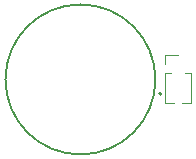
<source format=gbr>
%TF.GenerationSoftware,KiCad,Pcbnew,(6.0.8)*%
%TF.CreationDate,2023-03-18T01:03:14+01:00*%
%TF.ProjectId,ROTARY_SW,524f5441-5259-45f5-9357-2e6b69636164,rev?*%
%TF.SameCoordinates,Original*%
%TF.FileFunction,Legend,Top*%
%TF.FilePolarity,Positive*%
%FSLAX46Y46*%
G04 Gerber Fmt 4.6, Leading zero omitted, Abs format (unit mm)*
G04 Created by KiCad (PCBNEW (6.0.8)) date 2023-03-18 01:03:14*
%MOMM*%
%LPD*%
G01*
G04 APERTURE LIST*
%ADD10C,0.127000*%
%ADD11C,0.200000*%
%ADD12C,0.120000*%
G04 APERTURE END LIST*
D10*
%TO.C,S1*%
X91186000Y-37084000D02*
G75*
G03*
X91186000Y-37084000I-6350000J0D01*
G01*
D11*
X91686000Y-38294000D02*
G75*
G03*
X91686000Y-38294000I-100000J0D01*
G01*
D12*
%TO.C,J1*%
X94201000Y-36574000D02*
X94201000Y-39049000D01*
X93398530Y-39049000D02*
X94201000Y-39049000D01*
X93654471Y-36574000D02*
X94201000Y-36574000D01*
X91981000Y-35054000D02*
X93091000Y-35054000D01*
X91981000Y-39049000D02*
X92783470Y-39049000D01*
X91981000Y-36574000D02*
X92527529Y-36574000D01*
X91981000Y-36574000D02*
X91981000Y-39049000D01*
X91981000Y-35814000D02*
X91981000Y-35054000D01*
%TD*%
M02*

</source>
